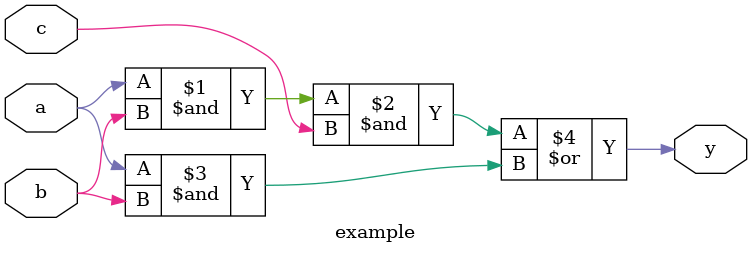
<source format=v>

module example (
    input a,
    input b,
    input c,
    output y
);
    assign y = a & b & c | a & b; // 这里依然可以使用括号进行优先级定义
endmodule
</source>
